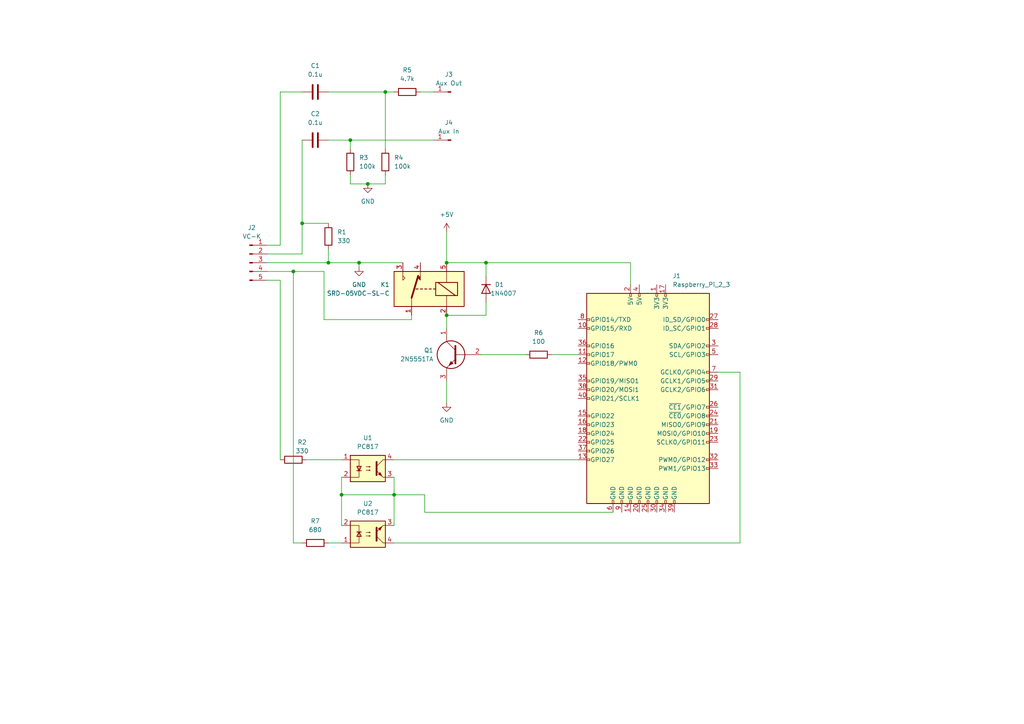
<source format=kicad_sch>
(kicad_sch (version 20211123) (generator eeschema)
  (paper "A4")
  (lib_symbols
    (symbol "Connector:Conn_01x01_Male" (pin_names (offset 1.016) hide)
      (property "Reference" "J" (at 0 2.54 0))
      (property "Value" "Conn_01x01_Male" (at 0 -2.54 0))
      (symbol "Conn_01x01_Male_1_1"
        (polyline (pts (xy 1.27 0) (xy 0.8636 0)) (stroke (width 0.1524)))
        (rectangle (start 0.8636 0.127) (end 0 -0.127) (stroke (width 0.1524)) (fill (type outline)))
        (pin passive line (at 5.08 0 180) (length 3.81) (name "Pin_1") (number "1"))
      )
    )
    (symbol "Connector:Conn_01x05_Male" (pin_names (offset 1.016) hide)
      (property "Reference" "J" (at 0 7.62 0))
      (property "Value" "Conn_01x05_Male" (at 0 -7.62 0))
      (symbol "Conn_01x05_Male_1_1"
        (polyline (pts (xy 1.27 -5.08) (xy 0.8636 -5.08)) (stroke (width 0.1524)))
        (polyline (pts (xy 1.27 -2.54) (xy 0.8636 -2.54)) (stroke (width 0.1524)))
        (polyline (pts (xy 1.27 0) (xy 0.8636 0)) (stroke (width 0.1524)))
        (polyline (pts (xy 1.27 2.54) (xy 0.8636 2.54)) (stroke (width 0.1524)))
        (polyline (pts (xy 1.27 5.08) (xy 0.8636 5.08)) (stroke (width 0.1524)))
        (rectangle (start 0.8636 -4.953) (end 0 -5.207) (stroke (width 0.1524)) (fill (type outline)))
        (rectangle (start 0.8636 -2.413) (end 0 -2.667) (stroke (width 0.1524)) (fill (type outline)))
        (rectangle (start 0.8636 0.127) (end 0 -0.127) (stroke (width 0.1524)) (fill (type outline)))
        (rectangle (start 0.8636 2.667) (end 0 2.413) (stroke (width 0.1524)) (fill (type outline)))
        (rectangle (start 0.8636 5.207) (end 0 4.953) (stroke (width 0.1524)) (fill (type outline)))
        (pin passive line (at 5.08 5.08 180) (length 3.81) (name "Pin_1") (number "1"))
        (pin passive line (at 5.08 2.54 180) (length 3.81) (name "Pin_2") (number "2"))
        (pin passive line (at 5.08 0 180) (length 3.81) (name "Pin_3") (number "3"))
        (pin passive line (at 5.08 -2.54 180) (length 3.81) (name "Pin_4") (number "4"))
        (pin passive line (at 5.08 -5.08 180) (length 3.81) (name "Pin_5") (number "5"))
      )
    )
    (symbol "Connector:Raspberry_Pi_2_3" (pin_names (offset 1.016))
      (property "Reference" "J" (at -17.78 31.75 0))
      (property "Value" "Raspberry_Pi_2_3" (at 10.16 -31.75 0))
      (symbol "Raspberry_Pi_2_3_0_1"
        (rectangle (start -17.78 30.48) (end 17.78 -30.48) (stroke (width 0.254)) (fill (type background)))
      )
      (symbol "Raspberry_Pi_2_3_1_1"
        (rectangle (start -16.891 -17.526) (end -17.78 -18.034))
        (rectangle (start -16.891 -14.986) (end -17.78 -15.494))
        (rectangle (start -16.891 -12.446) (end -17.78 -12.954))
        (rectangle (start -16.891 -9.906) (end -17.78 -10.414))
        (rectangle (start -16.891 -7.366) (end -17.78 -7.874))
        (rectangle (start -16.891 -4.826) (end -17.78 -5.334))
        (rectangle (start -16.891 0.254) (end -17.78 -0.254))
        (rectangle (start -16.891 2.794) (end -17.78 2.286))
        (rectangle (start -16.891 5.334) (end -17.78 4.826))
        (rectangle (start -16.891 10.414) (end -17.78 9.906))
        (rectangle (start -16.891 12.954) (end -17.78 12.446))
        (rectangle (start -16.891 15.494) (end -17.78 14.986))
        (rectangle (start -16.891 20.574) (end -17.78 20.066))
        (rectangle (start -16.891 23.114) (end -17.78 22.606))
        (rectangle (start -10.414 -29.591) (end -9.906 -30.48))
        (rectangle (start -7.874 -29.591) (end -7.366 -30.48))
        (rectangle (start -5.334 -29.591) (end -4.826 -30.48))
        (rectangle (start -5.334 30.48) (end -4.826 29.591))
        (rectangle (start -2.794 -29.591) (end -2.286 -30.48))
        (rectangle (start -2.794 30.48) (end -2.286 29.591))
        (rectangle (start -0.254 -29.591) (end 0.254 -30.48))
        (rectangle (start 2.286 -29.591) (end 2.794 -30.48))
        (rectangle (start 2.286 30.48) (end 2.794 29.591))
        (rectangle (start 4.826 -29.591) (end 5.334 -30.48))
        (rectangle (start 4.826 30.48) (end 5.334 29.591))
        (rectangle (start 7.366 -29.591) (end 7.874 -30.48))
        (rectangle (start 17.78 -20.066) (end 16.891 -20.574))
        (rectangle (start 17.78 -17.526) (end 16.891 -18.034))
        (rectangle (start 17.78 -12.446) (end 16.891 -12.954))
        (rectangle (start 17.78 -9.906) (end 16.891 -10.414))
        (rectangle (start 17.78 -7.366) (end 16.891 -7.874))
        (rectangle (start 17.78 -4.826) (end 16.891 -5.334))
        (rectangle (start 17.78 -2.286) (end 16.891 -2.794))
        (rectangle (start 17.78 2.794) (end 16.891 2.286))
        (rectangle (start 17.78 5.334) (end 16.891 4.826))
        (rectangle (start 17.78 7.874) (end 16.891 7.366))
        (rectangle (start 17.78 12.954) (end 16.891 12.446))
        (rectangle (start 17.78 15.494) (end 16.891 14.986))
        (rectangle (start 17.78 20.574) (end 16.891 20.066))
        (rectangle (start 17.78 23.114) (end 16.891 22.606))
        (pin power_in line (at 2.54 33.02 270) (length 2.54) (name "3V3") (number "1"))
        (pin bidirectional line (at -20.32 20.32 0) (length 2.54) (name "GPIO15/RXD") (number "10"))
        (pin bidirectional line (at -20.32 12.7 0) (length 2.54) (name "GPIO17") (number "11"))
        (pin bidirectional line (at -20.32 10.16 0) (length 2.54) (name "GPIO18/PWM0") (number "12"))
        (pin bidirectional line (at -20.32 -17.78 0) (length 2.54) (name "GPIO27") (number "13"))
        (pin power_in line (at -5.08 -33.02 90) (length 2.54) (name "GND") (number "14"))
        (pin bidirectional line (at -20.32 -5.08 0) (length 2.54) (name "GPIO22") (number "15"))
        (pin bidirectional line (at -20.32 -7.62 0) (length 2.54) (name "GPIO23") (number "16"))
        (pin power_in line (at 5.08 33.02 270) (length 2.54) (name "3V3") (number "17"))
        (pin bidirectional line (at -20.32 -10.16 0) (length 2.54) (name "GPIO24") (number "18"))
        (pin bidirectional line (at 20.32 -10.16 180) (length 2.54) (name "MOSI0/GPIO10") (number "19"))
        (pin power_in line (at -5.08 33.02 270) (length 2.54) (name "5V") (number "2"))
        (pin power_in line (at -2.54 -33.02 90) (length 2.54) (name "GND") (number "20"))
        (pin bidirectional line (at 20.32 -7.62 180) (length 2.54) (name "MISO0/GPIO9") (number "21"))
        (pin bidirectional line (at -20.32 -12.7 0) (length 2.54) (name "GPIO25") (number "22"))
        (pin bidirectional line (at 20.32 -12.7 180) (length 2.54) (name "SCLK0/GPIO11") (number "23"))
        (pin bidirectional line (at 20.32 -5.08 180) (length 2.54) (name "~{CE0}/GPIO8") (number "24"))
        (pin power_in line (at 0 -33.02 90) (length 2.54) (name "GND") (number "25"))
        (pin bidirectional line (at 20.32 -2.54 180) (length 2.54) (name "~{CE1}/GPIO7") (number "26"))
        (pin bidirectional line (at 20.32 22.86 180) (length 2.54) (name "ID_SD/GPIO0") (number "27"))
        (pin bidirectional line (at 20.32 20.32 180) (length 2.54) (name "ID_SC/GPIO1") (number "28"))
        (pin bidirectional line (at 20.32 5.08 180) (length 2.54) (name "GCLK1/GPIO5") (number "29"))
        (pin bidirectional line (at 20.32 15.24 180) (length 2.54) (name "SDA/GPIO2") (number "3"))
        (pin power_in line (at 2.54 -33.02 90) (length 2.54) (name "GND") (number "30"))
        (pin bidirectional line (at 20.32 2.54 180) (length 2.54) (name "GCLK2/GPIO6") (number "31"))
        (pin bidirectional line (at 20.32 -17.78 180) (length 2.54) (name "PWM0/GPIO12") (number "32"))
        (pin bidirectional line (at 20.32 -20.32 180) (length 2.54) (name "PWM1/GPIO13") (number "33"))
        (pin power_in line (at 5.08 -33.02 90) (length 2.54) (name "GND") (number "34"))
        (pin bidirectional line (at -20.32 5.08 0) (length 2.54) (name "GPIO19/MISO1") (number "35"))
        (pin bidirectional line (at -20.32 15.24 0) (length 2.54) (name "GPIO16") (number "36"))
        (pin bidirectional line (at -20.32 -15.24 0) (length 2.54) (name "GPIO26") (number "37"))
        (pin bidirectional line (at -20.32 2.54 0) (length 2.54) (name "GPIO20/MOSI1") (number "38"))
        (pin power_in line (at 7.62 -33.02 90) (length 2.54) (name "GND") (number "39"))
        (pin power_in line (at -2.54 33.02 270) (length 2.54) (name "5V") (number "4"))
        (pin bidirectional line (at -20.32 0 0) (length 2.54) (name "GPIO21/SCLK1") (number "40"))
        (pin bidirectional line (at 20.32 12.7 180) (length 2.54) (name "SCL/GPIO3") (number "5"))
        (pin power_in line (at -10.16 -33.02 90) (length 2.54) (name "GND") (number "6"))
        (pin bidirectional line (at 20.32 7.62 180) (length 2.54) (name "GCLK0/GPIO4") (number "7"))
        (pin bidirectional line (at -20.32 22.86 0) (length 2.54) (name "GPIO14/TXD") (number "8"))
        (pin power_in line (at -7.62 -33.02 90) (length 2.54) (name "GND") (number "9"))
      )
    )
    (symbol "Device:C" (pin_numbers hide) (pin_names (offset 0.254))
      (property "Reference" "C" (at 0.635 2.54 0))
      (property "Value" "C" (at 0.635 -2.54 0))
      (symbol "C_0_1"
        (polyline (pts (xy -2.032 -0.762) (xy 2.032 -0.762)) (stroke (width 0.508)))
        (polyline (pts (xy -2.032 0.762) (xy 2.032 0.762)) (stroke (width 0.508)))
      )
      (symbol "C_1_1"
        (pin passive line (at 0 3.81 270) (length 2.794) (name "~") (number "1"))
        (pin passive line (at 0 -3.81 90) (length 2.794) (name "~") (number "2"))
      )
    )
    (symbol "Device:R" (pin_numbers hide) (pin_names (offset 0))
      (property "Reference" "R" (at 2.032 0 90))
      (property "Value" "R" (at 0 0 90))
      (symbol "R_0_1"
        (rectangle (start -1.016 -2.54) (end 1.016 2.54) (stroke (width 0.254)))
      )
      (symbol "R_1_1"
        (pin passive line (at 0 3.81 270) (length 1.27) (name "~") (number "1"))
        (pin passive line (at 0 -3.81 90) (length 1.27) (name "~") (number "2"))
      )
    )
    (symbol "Diode:1N4007" (pin_numbers hide) (pin_names (offset 1.016) hide)
      (property "Reference" "D" (at 0 2.54 0))
      (property "Value" "1N4007" (at 0 -2.54 0))
      (symbol "1N4007_0_1"
        (polyline (pts (xy -1.27 1.27) (xy -1.27 -1.27)) (stroke (width 0.254)))
        (polyline (pts (xy 1.27 0) (xy -1.27 0)))
        (polyline (pts (xy 1.27 1.27) (xy 1.27 -1.27) (xy -1.27 0) (xy 1.27 1.27)) (stroke (width 0.254)))
      )
      (symbol "1N4007_1_1"
        (pin passive line (at -3.81 0 0) (length 2.54) (name "K") (number "1"))
        (pin passive line (at 3.81 0 180) (length 2.54) (name "A") (number "2"))
      )
    )
    (symbol "Isolator:PC817" (pin_names (offset 1.016))
      (property "Reference" "U" (at -5.08 5.08 0))
      (property "Value" "PC817" (at 0 5.08 0))
      (symbol "PC817_0_1"
        (rectangle (start -5.08 3.81) (end 5.08 -3.81) (stroke (width 0.254)) (fill (type background)))
        (polyline (pts (xy -3.175 -0.635) (xy -1.905 -0.635)) (stroke (width 0.254)))
        (polyline (pts (xy 2.54 0.635) (xy 4.445 2.54)))
        (polyline (pts (xy 4.445 -2.54) (xy 2.54 -0.635)) (fill (type outline)))
        (polyline (pts (xy 4.445 -2.54) (xy 5.08 -2.54)))
        (polyline (pts (xy 4.445 2.54) (xy 5.08 2.54)))
        (polyline (pts (xy -5.08 2.54) (xy -2.54 2.54) (xy -2.54 -0.635)))
        (polyline (pts (xy -2.54 -0.635) (xy -2.54 -2.54) (xy -5.08 -2.54)))
        (polyline (pts (xy 2.54 1.905) (xy 2.54 -1.905) (xy 2.54 -1.905)) (stroke (width 0.508)))
        (polyline (pts (xy -2.54 -0.635) (xy -3.175 0.635) (xy -1.905 0.635) (xy -2.54 -0.635)) (stroke (width 0.254)))
        (polyline (pts (xy -0.508 -0.508) (xy 0.762 -0.508) (xy 0.381 -0.635) (xy 0.381 -0.381) (xy 0.762 -0.508)))
        (polyline (pts (xy -0.508 0.508) (xy 0.762 0.508) (xy 0.381 0.381) (xy 0.381 0.635) (xy 0.762 0.508)))
        (polyline (pts (xy 3.048 -1.651) (xy 3.556 -1.143) (xy 4.064 -2.159) (xy 3.048 -1.651) (xy 3.048 -1.651)) (fill (type outline)))
      )
      (symbol "PC817_1_1"
        (pin passive line (at -7.62 2.54 0) (length 2.54) (name "~") (number "1"))
        (pin passive line (at -7.62 -2.54 0) (length 2.54) (name "~") (number "2"))
        (pin passive line (at 7.62 -2.54 180) (length 2.54) (name "~") (number "3"))
        (pin passive line (at 7.62 2.54 180) (length 2.54) (name "~") (number "4"))
      )
    )
    (symbol "Relay:SANYOU_SRD_Form_C"
      (property "Reference" "K" (at 11.43 3.81 0))
      (property "Value" "SANYOU_SRD_Form_C" (at 11.43 1.27 0))
      (symbol "SANYOU_SRD_Form_C_0_0"
        (polyline (pts (xy 7.62 5.08) (xy 7.62 2.54) (xy 6.985 3.175) (xy 7.62 3.81)))
      )
      (symbol "SANYOU_SRD_Form_C_0_1"
        (rectangle (start -10.16 5.08) (end 10.16 -5.08) (stroke (width 0.254)) (fill (type background)))
        (rectangle (start -8.255 1.905) (end -1.905 -1.905) (stroke (width 0.254)))
        (polyline (pts (xy -7.62 -1.905) (xy -2.54 1.905)) (stroke (width 0.254)))
        (polyline (pts (xy -5.08 -5.08) (xy -5.08 -1.905)))
        (polyline (pts (xy -5.08 5.08) (xy -5.08 1.905)))
        (polyline (pts (xy -1.905 0) (xy -1.27 0)) (stroke (width 0.254)))
        (polyline (pts (xy -0.635 0) (xy 0 0)) (stroke (width 0.254)))
        (polyline (pts (xy 0.635 0) (xy 1.27 0)) (stroke (width 0.254)))
        (polyline (pts (xy 1.905 0) (xy 2.54 0)) (stroke (width 0.254)))
        (polyline (pts (xy 3.175 0) (xy 3.81 0)) (stroke (width 0.254)))
        (polyline (pts (xy 5.08 -2.54) (xy 3.175 3.81)) (stroke (width 0.508)))
        (polyline (pts (xy 5.08 -2.54) (xy 5.08 -5.08)))
      )
      (symbol "SANYOU_SRD_Form_C_1_1"
        (polyline (pts (xy 2.54 3.81) (xy 3.175 3.175) (xy 2.54 2.54) (xy 2.54 5.08)) (fill (type outline)))
        (pin passive line (at 5.08 -7.62 90) (length 2.54) (name "~") (number "1"))
        (pin passive line (at -5.08 -7.62 90) (length 2.54) (name "~") (number "2"))
        (pin passive line (at 7.62 7.62 270) (length 2.54) (name "~") (number "3"))
        (pin passive line (at 2.54 7.62 270) (length 2.54) (name "~") (number "4"))
        (pin passive line (at -5.08 7.62 270) (length 2.54) (name "~") (number "5"))
      )
    )
    (symbol "mylib:2N5551TA" (pin_names (offset 0.762))
      (property "Reference" "Q" (at 13.97 1.27 0))
      (property "Value" "2N5551TA" (at 13.97 -1.27 0))
      (symbol "2N5551TA_0_0"
        (pin passive line (at 10.16 7.62 270) (length 2.54) (name "~") (number "1"))
        (pin passive line (at 0 0 0) (length 2.54) (name "~") (number "2"))
        (pin passive line (at 10.16 -7.62 90) (length 2.54) (name "~") (number "3"))
      )
      (symbol "2N5551TA_0_1"
        (polyline (pts (xy 2.54 0) (xy 7.62 0)) (stroke (width 0.1524)))
        (polyline (pts (xy 7.62 -1.27) (xy 10.16 -3.81)) (stroke (width 0.1524)))
        (polyline (pts (xy 7.62 1.27) (xy 10.16 3.81)) (stroke (width 0.1524)))
        (polyline (pts (xy 7.62 2.54) (xy 7.62 -2.54)) (stroke (width 0.508)))
        (polyline (pts (xy 10.16 -3.81) (xy 10.16 -5.08)) (stroke (width 0.1524)))
        (polyline (pts (xy 10.16 3.81) (xy 10.16 5.08)) (stroke (width 0.1524)))
        (polyline (pts (xy 8.382 -2.54) (xy 8.89 -2.032) (xy 9.398 -3.048) (xy 8.382 -2.54)) (stroke (width 0.254)) (fill (type outline)))
        (circle (center 8.89 0) (radius 4.0132) (stroke (width 0.254)))
      )
    )
    (symbol "power:+5V" (power) (pin_names (offset 0))
      (property "Value" "+5V" (at 0 3.556 0))
      (symbol "+5V_0_1"
        (polyline (pts (xy -0.762 1.27) (xy 0 2.54)))
        (polyline (pts (xy 0 0) (xy 0 2.54)))
        (polyline (pts (xy 0 2.54) (xy 0.762 1.27)))
      )
      (symbol "+5V_1_1"
        (pin power_in line (at 0 0 90) (length 0) hide (name "+5V") (number "1"))
      )
    )
    (symbol "power:GND" (power) (pin_names (offset 0))
      (property "Value" "GND" (at 0 -3.81 0))
      (symbol "GND_0_1"
        (polyline (pts (xy 0 0) (xy 0 -1.27) (xy 1.27 -1.27) (xy 0 -2.54) (xy -1.27 -1.27) (xy 0 -1.27)))
      )
      (symbol "GND_1_1"
        (pin power_in line (at 0 0 270) (length 0) hide (name "GND") (number "1"))
      )
    )
  )
  (junction (at 104.14 76.2))
  (junction (at 129.54 76.2))
  (junction (at 129.54 91.44))
  (junction (at 106.68 53.34))
  (junction (at 114.3 143.51))
  (junction (at 99.06 143.51))
  (junction (at 87.63 64.77))
  (junction (at 101.6 40.64))
  (junction (at 140.97 76.2))
  (junction (at 85.09 78.74))
  (junction (at 111.76 26.67))
  (junction (at 95.25 76.2))
  (wire (pts (xy 87.63 157.48) (xy 85.09 157.48)))
  (wire (pts (xy 114.3 157.48) (xy 214.63 157.48)))
  (wire (pts (xy 121.92 26.67) (xy 125.73 26.67)))
  (wire (pts (xy 114.3 133.35) (xy 167.64 133.35)))
  (wire (pts (xy 95.25 76.2) (xy 104.14 76.2)))
  (wire (pts (xy 214.63 157.48) (xy 214.63 107.95)))
  (wire (pts (xy 101.6 53.34) (xy 106.68 53.34)))
  (wire (pts (xy 87.63 73.66) (xy 87.63 64.77)))
  (wire (pts (xy 123.19 148.59) (xy 123.19 143.51)))
  (wire (pts (xy 177.8 148.59) (xy 123.19 148.59)))
  (wire (pts (xy 95.25 26.67) (xy 111.76 26.67)))
  (wire (pts (xy 139.7 102.87) (xy 152.4 102.87)))
  (wire (pts (xy 85.09 157.48) (xy 85.09 78.74)))
  (wire (pts (xy 87.63 64.77) (xy 95.25 64.77)))
  (wire (pts (xy 93.98 78.74) (xy 93.98 92.71)))
  (wire (pts (xy 129.54 67.31) (xy 129.54 76.2)))
  (wire (pts (xy 81.28 81.28) (xy 81.28 133.35)))
  (wire (pts (xy 111.76 50.8) (xy 111.76 53.34)))
  (wire (pts (xy 101.6 40.64) (xy 125.73 40.64)))
  (wire (pts (xy 99.06 138.43) (xy 99.06 143.51)))
  (wire (pts (xy 182.88 82.55) (xy 182.88 76.2)))
  (wire (pts (xy 129.54 76.2) (xy 140.97 76.2)))
  (wire (pts (xy 95.25 72.39) (xy 95.25 76.2)))
  (wire (pts (xy 104.14 76.2) (xy 116.84 76.2)))
  (wire (pts (xy 85.09 78.74) (xy 93.98 78.74)))
  (wire (pts (xy 119.38 91.44) (xy 119.38 92.71)))
  (wire (pts (xy 81.28 71.12) (xy 81.28 26.67)))
  (wire (pts (xy 111.76 53.34) (xy 106.68 53.34)))
  (wire (pts (xy 99.06 143.51) (xy 99.06 152.4)))
  (wire (pts (xy 140.97 87.63) (xy 140.97 91.44)))
  (wire (pts (xy 77.47 73.66) (xy 87.63 73.66)))
  (wire (pts (xy 99.06 143.51) (xy 114.3 143.51)))
  (wire (pts (xy 114.3 138.43) (xy 114.3 143.51)))
  (wire (pts (xy 88.9 133.35) (xy 99.06 133.35)))
  (wire (pts (xy 81.28 26.67) (xy 87.63 26.67)))
  (wire (pts (xy 129.54 91.44) (xy 129.54 95.25)))
  (wire (pts (xy 77.47 71.12) (xy 81.28 71.12)))
  (wire (pts (xy 77.47 78.74) (xy 85.09 78.74)))
  (wire (pts (xy 140.97 80.01) (xy 140.97 76.2)))
  (wire (pts (xy 129.54 110.49) (xy 129.54 116.84)))
  (wire (pts (xy 95.25 157.48) (xy 99.06 157.48)))
  (wire (pts (xy 93.98 92.71) (xy 119.38 92.71)))
  (wire (pts (xy 104.14 76.2) (xy 104.14 77.47)))
  (wire (pts (xy 101.6 40.64) (xy 101.6 43.18)))
  (wire (pts (xy 111.76 26.67) (xy 114.3 26.67)))
  (wire (pts (xy 160.02 102.87) (xy 167.64 102.87)))
  (wire (pts (xy 140.97 91.44) (xy 129.54 91.44)))
  (wire (pts (xy 77.47 81.28) (xy 81.28 81.28)))
  (wire (pts (xy 77.47 76.2) (xy 95.25 76.2)))
  (wire (pts (xy 101.6 50.8) (xy 101.6 53.34)))
  (wire (pts (xy 214.63 107.95) (xy 208.28 107.95)))
  (wire (pts (xy 111.76 26.67) (xy 111.76 43.18)))
  (wire (pts (xy 95.25 40.64) (xy 101.6 40.64)))
  (wire (pts (xy 87.63 64.77) (xy 87.63 40.64)))
  (wire (pts (xy 114.3 143.51) (xy 114.3 152.4)))
  (wire (pts (xy 140.97 76.2) (xy 182.88 76.2)))
  (wire (pts (xy 123.19 143.51) (xy 114.3 143.51)))
  (symbol (lib_id "Diode:1N4007") (at 140.97 83.82 90) (mirror x) (unit 1)
    (property "Reference" "D1" (at 143.51 82.55 90) (effects (justify right)))
    (property "Value" "1N4007" (at 142.24 85.09 90) (effects (justify right)))
    (property "Footprint" "Diode_THT:D_DO-41_SOD81_P10.16mm_Horizontal" (effects hide))
    (property "Datasheet" "http://www.vishay.com/docs/88503/1n4001.pdf" (effects hide))
  )
  (symbol (lib_id "Connector:Raspberry_Pi_2_3") (at 187.96 115.57 0) (unit 1)
    (property "Reference" "J1" (at 195.0594 80.01 0) (effects (justify left)))
    (property "Value" "Raspberry_Pi_2_3" (at 195.0594 82.55 0) (effects (justify left)))
    (property "Datasheet" "https://www.raspberrypi.org/documentation/hardware/raspberrypi/schematics/rpi_SCH_3bplus_1p0_reduced.pdf" (effects hide))
  )
  (symbol (lib_id "Device:R") (at 85.09 133.35 90) (unit 1)
    (property "Reference" "R2" (at 87.63 128.27 90))
    (property "Value" "330" (at 87.63 130.81 90))
    (property "Spice_Primitive" "R" (effects hide))
    (property "Spice_Model" "240" (effects hide))
    (property "Spice_Netlist_Enabled" "Y" (effects hide))
  )
  (symbol (lib_id "mylib:2N5551TA") (at 139.7 102.87 0) (mirror y) (unit 1)
    (property "Reference" "Q1" (at 125.73 101.5999 0) (effects (justify left)))
    (property "Value" "2N5551TA" (at 125.73 104.1399 0) (effects (justify left)))
    (property "Footprint" "2N5551TA" (effects hide))
    (property "Datasheet" "https://componentsearchengine.com/Datasheets/2/2N5551TA.pdf" (effects hide))
    (property "Description" "Bipolar Transistors - BJT NPN Transistor General Purpose" (effects hide))
    (property "Mouser Part Number" "512-2N5551TA" (effects hide))
    (property "Mouser Price/Stock" "https://www.mouser.co.uk/ProductDetail/onsemi-Fairchild/2N5551TA?qs=Zd4VdJDrgZ1B7iQzla%252BY7w%3D%3D" (effects hide))
    (property "Manufacturer_Name" "onsemi" (effects hide))
    (property "Manufacturer_Part_Number" "2N5551TA" (effects hide))
  )
  (symbol (lib_id "power:GND") (at 106.68 53.34 0) (mirror y) (unit 1)
    (property "Reference" "#PWR02" (effects hide))
    (property "Value" "GND" (at 106.68 58.42 0))
  )
  (symbol (lib_id "power:GND") (at 129.54 116.84 0) (mirror y) (unit 1)
    (property "Reference" "#PWR0101" (effects hide))
    (property "Value" "GND" (at 129.54 121.92 0))
  )
  (symbol (lib_id "Connector:Conn_01x01_Male") (at 130.81 26.67 0) (mirror y) (unit 1)
    (property "Reference" "J3" (at 130.175 21.59 0))
    (property "Value" "Aux Out" (at 130.175 24.13 0))
  )
  (symbol (lib_id "Relay:SANYOU_SRD_Form_C") (at 124.46 83.82 0) (mirror y) (unit 1)
    (property "Reference" "K1" (at 113.03 82.55 0) (effects (justify left)))
    (property "Value" "SRD-05VDC-SL-C" (at 113.03 85.09 0) (effects (justify left)))
    (property "Footprint" "Relay_THT:Relay_SPDT_SANYOU_SRD_Series_Form_C" (effects hide))
    (property "Datasheet" "http://www.sanyourelay.ca/public/products/pdf/SRD.pdf" (effects hide))
  )
  (symbol (lib_id "Device:C") (at 91.44 40.64 90) (unit 1)
    (property "Reference" "C2" (at 91.44 33.02 90))
    (property "Value" "0.1u" (at 91.44 35.56 90))
  )
  (symbol (lib_id "Device:R") (at 95.25 68.58 0) (unit 1)
    (property "Reference" "R1" (at 97.79 67.3099 0) (effects (justify left)))
    (property "Value" "330" (at 97.79 69.8499 0) (effects (justify left)))
  )
  (symbol (lib_id "Isolator:PC817") (at 106.68 135.89 0) (unit 1)
    (property "Reference" "U1" (at 106.68 127 0))
    (property "Value" "PC817" (at 106.68 129.54 0))
    (property "Footprint" "Package_DIP:DIP-4_W7.62mm" (effects hide))
    (property "Datasheet" "http://www.soselectronic.cz/a_info/resource/d/pc817.pdf" (effects hide))
    (property "Spice_Primitive" "X" (effects hide))
    (property "Spice_Model" "PC817" (effects hide))
    (property "Spice_Netlist_Enabled" "Y" (effects hide))
    (property "Spice_Lib_File" "LIB_PC817X3NSZ9F/PC817X3NSZ9F/KiCad/PC817X3NSZ9F.lib" (effects hide))
  )
  (symbol (lib_id "power:GND") (at 104.14 77.47 0) (mirror y) (unit 1)
    (property "Reference" "#PWR01" (effects hide))
    (property "Value" "GND" (at 104.14 82.55 0))
  )
  (symbol (lib_id "Device:R") (at 91.44 157.48 90) (unit 1)
    (property "Reference" "R7" (at 91.44 151.13 90))
    (property "Value" "680" (at 91.44 153.67 90))
    (property "Spice_Primitive" "R" (effects hide))
    (property "Spice_Model" "240" (effects hide))
    (property "Spice_Netlist_Enabled" "Y" (effects hide))
  )
  (symbol (lib_id "Connector:Conn_01x05_Male") (at 72.39 76.2 0) (unit 1)
    (property "Reference" "J2" (at 73.025 66.04 0))
    (property "Value" "VC-K" (at 73.025 68.58 0))
  )
  (symbol (lib_id "Device:C") (at 91.44 26.67 90) (unit 1)
    (property "Reference" "C1" (at 91.44 19.05 90))
    (property "Value" "0.1u" (at 91.44 21.59 90))
  )
  (symbol (lib_id "Device:R") (at 111.76 46.99 0) (unit 1)
    (property "Reference" "R4" (at 114.3 45.7199 0) (effects (justify left)))
    (property "Value" "100k" (at 114.3 48.2599 0) (effects (justify left)))
  )
  (symbol (lib_id "power:+5V") (at 129.54 67.31 0) (mirror y) (unit 1)
    (property "Reference" "#PWR0102" (effects hide))
    (property "Value" "+5V" (at 129.54 62.23 0))
  )
  (symbol (lib_id "Device:R") (at 156.21 102.87 90) (unit 1)
    (property "Reference" "R6" (at 156.21 96.52 90))
    (property "Value" "100" (at 156.21 99.06 90))
  )
  (symbol (lib_id "Device:R") (at 101.6 46.99 0) (unit 1)
    (property "Reference" "R3" (at 104.14 45.7199 0) (effects (justify left)))
    (property "Value" "100k" (at 104.14 48.2599 0) (effects (justify left)))
  )
  (symbol (lib_id "Device:R") (at 118.11 26.67 270) (unit 1)
    (property "Reference" "R5" (at 118.11 20.32 90))
    (property "Value" "4.7k" (at 118.11 22.86 90))
  )
  (symbol (lib_id "Isolator:PC817") (at 106.68 154.94 0) (mirror x) (unit 1)
    (property "Reference" "U2" (at 106.68 146.05 0))
    (property "Value" "PC817" (at 106.68 148.59 0))
    (property "Footprint" "Package_DIP:DIP-4_W7.62mm" (effects hide))
    (property "Datasheet" "http://www.soselectronic.cz/a_info/resource/d/pc817.pdf" (effects hide))
    (property "Spice_Primitive" "X" (effects hide))
    (property "Spice_Model" "PC817" (effects hide))
    (property "Spice_Netlist_Enabled" "Y" (effects hide))
    (property "Spice_Lib_File" "LIB_PC817X3NSZ9F/PC817X3NSZ9F/KiCad/PC817X3NSZ9F.lib" (effects hide))
  )
  (symbol (lib_id "Connector:Conn_01x01_Male") (at 130.81 40.64 0) (mirror y) (unit 1)
    (property "Reference" "J4" (at 130.175 35.56 0))
    (property "Value" "Aux In" (at 130.175 38.1 0))
  )
)
</source>
